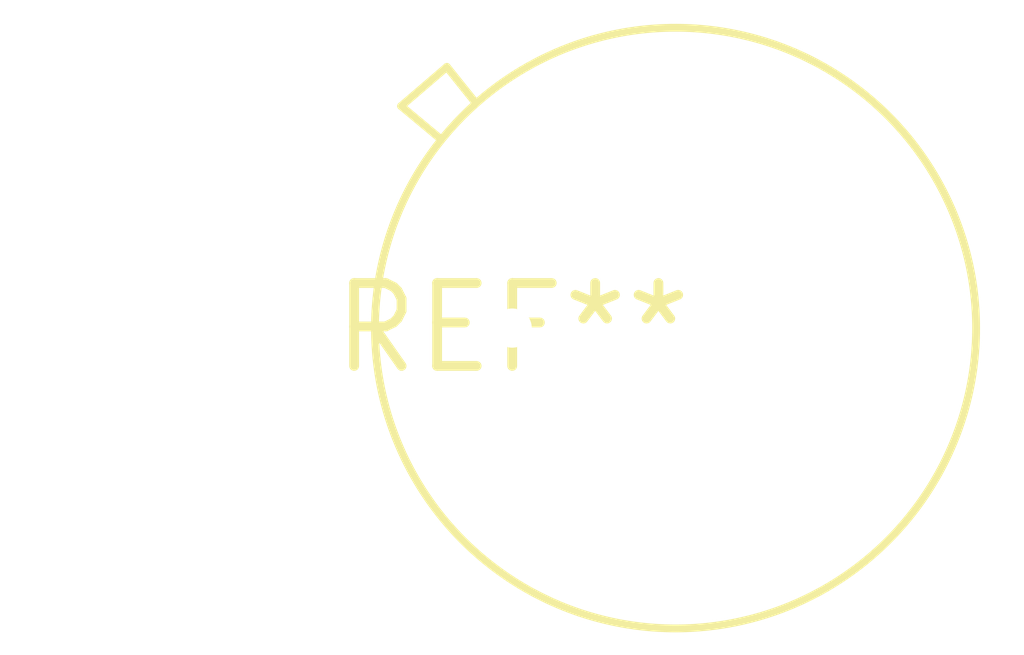
<source format=kicad_pcb>
(kicad_pcb (version 20240108) (generator pcbnew)
  (layers (0 "F.Cu" signal) (31 "B.Cu" signal) (34 "B.Paste" user) (35 "F.Paste" user) (36 "B.SilkS" user "B.Silkscreen") (37 "F.SilkS" user "F.Silkscreen") (38 "B.Mask" user) (39 "F.Mask" user) (44 "Edge.Cuts" user))
  (net 0 "")
  (footprint "Crystal_HC35-U" (layer "F.Cu") (at 0 0)
    (property "Reference" "REF**")
    (property "Value" "Crystal_HC35-U")
    (fp_line (start -1.7 -3.4) (end -1 -4) (layer "F.SilkS") (stroke (width 0.12)))
    (fp_line (start -1.1 -2.9) (end -1.7 -3.4) (layer "F.SilkS") (stroke (width 0.12)))
    (fp_line (start -1 -4) (end -0.6 -3.5) (layer "F.SilkS") (stroke (width 0.12)))
    (fp_circle (center 2.5 0) (end 7.1 0) (layer "F.SilkS") (stroke (width 0.12)) (fill none))
    (pad "1" thru_hole circle (at 0 0) (size 1.2 1.2) (drill 0.6) (layers *.Cu *.Mask) (remove_unused_layers))
    (pad "2" thru_hole circle (at 5 0) (size 1.2 1.2) (drill 0.6) (layers *.Cu *.Mask) (remove_unused_layers))
    (pad "3" thru_hole circle (at 2.5 2.5) (size 1.2 1.2) (drill 0.6) (layers *.Cu *.Mask) (remove_unused_layers))
  )
)
</source>
